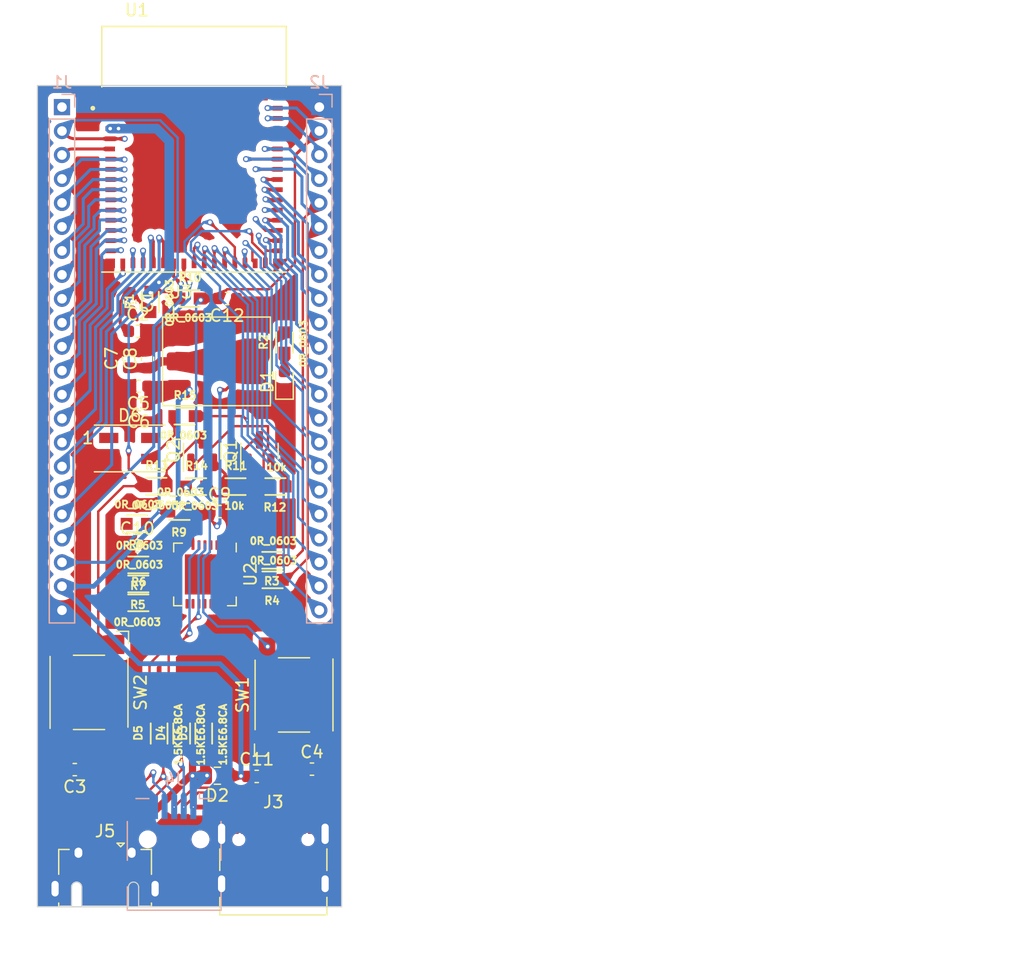
<source format=kicad_pcb>
(kicad_pcb (version 20221018) (generator pcbnew)
  (layers (0 "F.Cu" signal) (31 "B.Cu" signal) (34 "B.Paste" user) (35 "F.Paste" user) (36 "B.SilkS" user "B.Silkscreen") (37 "F.SilkS" user "F.Silkscreen") (38 "B.Mask" user) (39 "F.Mask" user) (44 "Edge.Cuts" user))
  (net 0 "")
  (net 1 "VCC_3V3")
  (net 2 "GND")
  (net 3 "GPIO0")
  (net 4 "CHIP_PU")
  (net 5 "ESP_3V3")
  (net 6 "GPIO1")
  (net 7 "GPIO2")
  (net 8 "GPIO3")
  (net 9 "GPIO4")
  (net 10 "GPIO5")
  (net 11 "GPIO6")
  (net 12 "GPIO7")
  (net 13 "GPIO8")
  (net 14 "GPIO9")
  (net 15 "GPIO10")
  (net 16 "GPIO11")
  (net 17 "GPIO12")
  (net 18 "GPIO13")
  (net 19 "GPIO14")
  (net 20 "GPIO15")
  (net 21 "GPIO16")
  (net 22 "GPIO17")
  (net 23 "GPIO18")
  (net 24 "VCC_5V")
  (net 25 "GPIO46")
  (net 26 "GPIO45")
  (net 27 "U0RXD")
  (net 28 "U0TXD")
  (net 29 "GPIO42")
  (net 30 "GPIO41")
  (net 31 "GPIO40")
  (net 32 "GPIO39")
  (net 33 "GPIO38")
  (net 34 "GPIO37")
  (net 35 "GPIO36")
  (net 36 "GPIO35")
  (net 37 "GPIO34")
  (net 38 "GPIO33")
  (net 39 "GPIO26")
  (net 40 "GPIO21")
  (net 41 "GPIO20")
  (net 42 "GPIO19")
  (net 43 "GPIO48")
  (net 44 "GPIO47")
  (net 45 "Net-(U2-VBUS)")
  (net 46 "Net-(D1-A)")
  (net 47 "Net-(U2-TXD)")
  (net 48 "Net-(U2-RXD)")
  (net 49 "Net-(U2-~{RST})")
  (net 50 "Net-(U2-SUSPEND)")
  (net 51 "VBUS")
  (net 67 "RST")
  (net 69 "DTR")
  (net 74 "Net-(J4-ID)")
  (net 75 "USB_DP")
  (net 76 "USB_DN")
  (net 78 "Net-(D6-DIN)")
  (net 79 "Net-(Q1-B)")
  (net 80 "Net-(Q1-C)")
  (net 81 "Net-(Q2-B)")
  (net 82 "Net-(Q2-C)")
  (footprint "PCM_4ms_Resistor:R_0603" (layer "F.Cu") (at 101.6 109.968664 -90)
    (fp_text reference "D5")
    (fp_text value "1.5KE6.8CA")
  )
  (footprint "LED_SMD:LED_0603_1608Metric" (layer "F.Cu") (at 112.063149 80.577453 90)
    (fp_text reference "D1")
    (fp_text value "LED")
  )
  (footprint "PCM_4ms_Resistor:R_0603" (layer "F.Cu") (at 111.069144 97.14211)
    (fp_text reference "R4")
    (fp_text value "0R_0603")
  )
  (footprint "PCM_4ms_Resistor:R_0603" (layer "F.Cu") (at 99.864562 97.484834)
    (fp_text reference "R5")
    (fp_text value "0R_0603")
  )
  (footprint "PCM_4ms_Resistor:R_0603" (layer "F.Cu") (at 112.063149 77.333294 -90)
    (fp_text reference "R2")
    (fp_text value "0R_0603")
  )
  (footprint "Capacitor_SMD:C_0603_1608Metric" (layer "F.Cu") (at 99.06 78.667265 90)
    (fp_text reference "C7")
    (fp_text value "0.1uF_0603_16V")
  )
  (footprint "Capacitor_SMD:C_0603_1608Metric" (layer "F.Cu") (at 99.777525 94.297119)
    (fp_text reference "C10")
    (fp_text value "10uF_1206_35V")
  )
  (footprint "PCM_4ms_Resistor:R_0603" (layer "F.Cu") (at 104.14 73.66 180)
    (fp_text reference "R10")
    (fp_text value "0R_0603")
  )
  (footprint "Capacitor_SMD:C_0603_1608Metric" (layer "F.Cu") (at 99.887345 82.517345 180)
    (fp_text reference "C6")
    (fp_text value "10uF_1206_35V" hide)
  )
  (footprint "PCM_4ms_Resistor:R_0603" (layer "F.Cu") (at 100.872619 73.941033 -90)
    (fp_text reference "R1")
    (fp_text value "0R_0603")
  )
  (footprint "PCM_4ms_Resistor:R_0603" (layer "F.Cu") (at 103.725342 83.477632 180)
    (fp_text reference "R15")
    (fp_text value "0R_0603")
  )
  (footprint "Button_Switch_SMD:SW_SPST_Omron_B3FS-100xP" (layer "F.Cu") (at 95.749481 106.536742 -90)
    (fp_text reference "SW2")
    (fp_text value "SW_Omron_B3FS")
  )
  (footprint "LED_SMD:LED_SK6812MINI_PLCC4_3.5x3.5mm_P1.75mm" (layer "F.Cu") (at 99.147634 86.17362)
    (fp_text reference "D6")
    (fp_text value "SK6812MINI")
  )
  (footprint "PCM_4ms_Resistor:R_0603" (layer "F.Cu") (at 103.484836 109.968664 -90)
    (fp_text reference "D4")
    (fp_text value "1.5KE6.8CA")
  )
  (footprint "Connector_USB:USB_C_Receptacle_Palconn_UTC16-G" (layer "F.Cu") (at 111.13593 120.26849)
    (fp_text reference "J3")
    (fp_text value "USB_C_Receptacle_USB2.0")
  )
  (footprint "Capacitor_SMD:C_0603_1608Metric" (layer "F.Cu") (at 106.640448 91.44)
    (fp_text reference "C9")
    (fp_text value "10uF_1206_35V")
  )
  (footprint "PCM_4ms_Resistor:R_0603" (layer "F.Cu") (at 111.306616 89.353383)
    (fp_text reference "R12")
    (fp_text value "10k")
  )
  (footprint "Capacitor_SMD:C_0603_1608Metric" (layer "F.Cu") (at 99.835 76.400039)
    (fp_text reference "C2")
    (fp_text value "10uF_1206_35V")
  )
  (footprint "PCM_4ms_Resistor:R_0603" (layer "F.Cu") (at 107.97324 89.358804 180)
    (fp_text reference "R11")
    (fp_text value "10k")
  )
  (footprint "Capacitor_SMD:C_0603_1608Metric" (layer "F.Cu") (at 99.153357 73.924501 -90)
    (fp_text reference "C1")
    (fp_text value "0.1uF_0603_16V")
  )
  (footprint "Capacitor_SMD:C_0603_1608Metric" (layer "F.Cu") (at 99.869981 80.982654 180)
    (fp_text reference "C5")
    (fp_text value "0.1uF_0603_16V" hide)
  )
  (footprint "Capacitor_SMD:C_0603_1608Metric" (layer "F.Cu") (at 109.745463 113.550487)
    (fp_text reference "C11")
    (fp_text value "10uF_1206_35V")
  )
  (footprint "Connector_USB:USB_Micro-AB_Molex_47590-0001" (layer "F.Cu") (at 97.090765 122.917744)
    (fp_text reference "J5")
    (fp_text value "USB_B_Micro")
    (fp_line (start -3.75 1.45) (end -2.8 1.45) (stroke (width 0.1)) (layer "Edge.Cuts"))
    (fp_line (start -2.8 -0.125) (end -2.8 1.45) (stroke (width 0.1)) (layer "Edge.Cuts"))
    (fp_line (start -1.95 -0.125) (end -1.95 1.45) (stroke (width 0.1)) (layer "Edge.Cuts"))
    (fp_line (start -1.95 1.45) (end 1.95 1.45) (stroke (width 0.1)) (layer "Edge.Cuts"))
    (fp_line (start 1.95 -0.125) (end 1.95 1.45) (stroke (width 0.1)) (layer "Edge.Cuts"))
    (fp_line (start 2.8 -0.125) (end 2.8 1.45) (stroke (width 0.1)) (layer "Edge.Cuts"))
    (fp_line (start 2.8 1.45) (end 3.75 1.45) (stroke (width 0.1)) (layer "Edge.Cuts"))
    (fp_arc (start -2.8 -0.125) (mid -2.375 -0.55) (end -1.95 -0.125) (stroke (width 0.1)) (layer "Edge.Cuts"))
    (fp_arc (start 1.95 -0.125) (mid 2.375 -0.55) (end 2.8 -0.125) (stroke (width 0.1)) (layer "Edge.Cuts"))
  )
  (footprint "PCM_4ms_Resistor:R_0603" (layer "F.Cu") (at 99.864562 99.06 180)
    (fp_text reference "R6")
    (fp_text value "0R_0603")
  )
  (footprint "PCM_4ms_Resistor:R_0603" (layer "F.Cu") (at 104.684931 89.358357 180)
    (fp_text reference "R14")
    (fp_text value "0R_0603")
  )
  (footprint "PCM_4ms_Resistor:R_0603" (layer "F.Cu") (at 99.74145 92.466243)
    (fp_text reference "R8")
    (fp_text value "0R_0603")
  )
  (footprint "digikey-footprints:XCVR_ESP32-S3-MINI-1-N8" (layer "F.Cu") (at 104.517411 63.726153)
    (fp_text reference "U1")
    (fp_text value "ESP32-S3-MINI-1-N8")
  )
  (footprint "PCM_4ms_Resistor:R_0603" (layer "F.Cu") (at 105.325664 109.968664 -90)
    (fp_text reference "D3")
    (fp_text value "1.5KE6.8CA")
  )
  (footprint "Capacitor_SMD:C_0603_1608Metric" (layer "F.Cu") (at 114.359213 112.941091)
    (fp_text reference "C4")
    (fp_text value "0.1uF_0603_16V")
  )
  (footprint "PCM_Package_TO_SOT_SMD_AKL:SOT-223-3_TabPin2" (layer "F.Cu") (at 106.389171 78.905434)
    (fp_text reference "U3")
    (fp_text value "SGM2212-3.3XKC3G/TR" hide)
  )
  (footprint "PCM_4ms_Resistor:R_0603" (layer "F.Cu") (at 111.049592 95.509541)
    (fp_text reference "R3")
    (fp_text value "0R_0603")
  )
  (footprint "Capacitor_SMD:C_0603_1608Metric" (layer "F.Cu") (at 94.563804 112.98041 180)
    (fp_text reference "C3")
    (fp_text value "0.1uF_0603_16V")
  )
  (footprint "Capacitor_SMD:C_0603_1608Metric" (layer "F.Cu") (at 100.637796 78.691171 90)
    (fp_text reference "C8")
    (fp_text value "10uF_1206_35V")
  )
  (footprint "Button_Switch_SMD:SW_SPST_Omron_B3FS-100xP" (layer "F.Cu") (at 112.862432 106.746915 90)
    (fp_text reference "SW1")
    (fp_text value "SW_Omron_B3FS")
  )
  (footprint "PCM_4ms_Resistor:R_0603" (layer "F.Cu") (at 101.369864 89.322467 180)
    (fp_text reference "R13")
    (fp_text value "0R_0603")
  )
  (footprint "Package_DFN_QFN:QFN-28-1EP_5x5mm_P0.5mm_EP3.35x3.35mm" (layer "F.Cu") (at 105.426796 96.689584 -90)
    (fp_text reference "U2")
    (fp_text value "CP2102N-Axx-xQFN28")
  )
  (footprint "Capacitor_SMD:C_0603_1608Metric" (layer "F.Cu") (at 107.277432 73.66 180)
    (fp_text reference "C12")
    (fp_text value "10uF_1206_35V")
  )
  (footprint "Package_TO_SOT_SMD:SOT-23" (layer "F.Cu") (at 105.198282 86.395495 90)
    (fp_text reference "Q2")
    (fp_text value "L8050QLT1G")
  )
  (footprint "PCM_4ms_Resistor:R_0805_2012Metric" (layer "F.Cu") (at 106.465409 113.492832 180)
    (fp_text reference "D2")
    (fp_text value "1N5819HW-7-F")
  )
  (footprint "Package_TO_SOT_SMD:SOT-23" (layer "F.Cu") (at 109.976962 86.395495 90)
    (fp_text reference "Q1")
    (fp_text value "L8050QLT1G")
  )
  (footprint "PCM_4ms_Resistor:R_0603" (layer "F.Cu") (at 99.864562 95.894523)
    (fp_text reference "R7")
    (fp_text value "0R_0603")
  )
  (footprint "PCM_4ms_Resistor:R_0603" (layer "F.Cu") (at 103.3 91.44)
    (fp_text reference "R9")
    (fp_text value "0R_0603")
  )
  (footprint "Connector_PinHeader_2.00mm:PinHeader_1x22_P2.00mm_Vertical" (layer "B.Cu") (at 114.973111 57.679796 180)
    (fp_text reference "J2")
    (fp_text value "Conn_01x22_Pin")
  )
  (footprint "Connector_USB:USB_Mini-B_Lumberg_2486_01_Horizontal" (layer "B.Cu") (at 102.857292 118.806543 180)
    (fp_text reference "J4")
    (fp_text value "USB_B_Mini")
  )
  (footprint "Connector_PinHeader_2.00mm:PinHeader_1x22_P2.00mm_Vertical" (layer "B.Cu") (at 93.493109 57.679796 180)
    (fp_text reference "J1")
    (fp_text value "Conn_01x22_Pin")
  )
  (gr_rect (start 91.44 55.88) (end 116.84 124.431272) (stroke (width 0.1)) (fill none) (layer "Edge.Cuts"))
  (segment (start 98.353357 75.693396) (end 98.353357 73.949501) (width 0.25) (layer "F.Cu") (net 1))
  (segment (start 104.15 91.44) (end 105.865448 91.44) (width 0.2) (layer "F.Cu") (net 1))
  (segment (start 101.712445 78.905434) (end 103.239171 78.905434) (width 0.7) (layer "F.Cu") (net 1))
  (segment (start 99.231087 73.149501) (end 100.872619 74.791033) (width 0.25) (layer "F.Cu") (net 1))
  (segment (start 99.06 79.442265) (end 100.61389 79.442265) (width 0.7) (layer "F.Cu") (net 1))
  (segment (start 105.865448 91.44) (end 105.865448 92.094786) (width 0.2) (layer "F.Cu") (net 1))
  (segment (start 103.926796 91.653204) (end 104.14 91.44) (width 0.2) (layer "F.Cu") (net 1))
  (segment (start 109.539171 78.905434) (end 109.641009 78.905434) (width 0.25) (layer "F.Cu") (net 1))
  (segment (start 104.399584 94.239584) (end 104.426796 94.239584) (width 0.2) (layer "F.Cu") (net 1))
  (segment (start 100.637796 79.466171) (end 101.151708 79.466171) (width 0.7) (layer "F.Cu") (net 1))
  (segment (start 104.14 93.98) (end 104.399584 94.239584) (width 0.2) (layer "F.Cu") (net 1))
  (segment (start 104.15 93.97) (end 104.14 93.98) (width 0.2) (layer "F.Cu") (net 1))
  (segment (start 109.641009 78.905434) (end 112.063149 76.483294) (width 0.25) (layer "F.Cu") (net 1))
  (segment (start 105.865448 92.094786) (end 106.437499 92.666837) (width 0.2) (layer "F.Cu") (net 1))
  (segment (start 99.06 76.400039) (end 98.353357 75.693396) (width 0.25) (layer "F.Cu") (net 1))
  (segment (start 98.353357 73.949501) (end 99.153357 73.149501) (width 0.25) (layer "F.Cu") (net 1))
  (segment (start 104.426796 92.878652) (end 104.426796 94.239584) (width 0.2) (layer "F.Cu") (net 1))
  (segment (start 107.164605 81.28) (end 106.68 81.28) (width 0.25) (layer "F.Cu") (net 1))
  (segment (start 100.61389 79.442265) (end 100.637796 79.466171) (width 0.7) (layer "F.Cu") (net 1))
  (segment (start 104.15 91.44) (end 104.15 93.97) (width 0.2) (layer "F.Cu") (net 1))
  (segment (start 104.399584 94.239584) (end 103.926796 94.239584) (width 0.2) (layer "F.Cu") (net 1))
  (segment (start 103.926796 94.239584) (end 103.926796 91.653204) (width 0.2) (layer "F.Cu") (net 1))
  (segment (start 109.539171 78.905434) (end 107.164605 81.28) (width 0.25) (layer "F.Cu") (net 1))
  (segment (start 105.865448 91.44) (end 104.426796 92.878652) (width 0.2) (layer "F.Cu") (net 1))
  (segment (start 101.151708 79.466171) (end 101.712445 78.905434) (width 0.7) (layer "F.Cu") (net 1))
  (segment (start 99.153357 73.149501) (end 99.231087 73.149501) (width 0.25) (layer "F.Cu") (net 1))
  (segment (start 104.14 91.44) (end 105.865448 91.44) (width 0.2) (layer "F.Cu") (net 1))
  (via (at 106.437499 92.666837) (size 0.5) (drill 0.3) (layers "F.Cu" "B.Cu") (net 1))
  (via blind (at 106.68 81.28) (size 0.5) (drill 0.3) (layers "F.Cu" "B.Cu") (net 1))
  (segment (start 106.68 81.28) (end 106.68 92.424336) (width 0.25) (layer "B.Cu") (net 1))
  (segment (start 106.68 92.424336) (end 106.437499 92.666837) (width 0.25) (layer "B.Cu") (net 1))
  (segment (start 98.637533 89.322467) (end 96.52 91.44) (width 0.2) (layer "F.Cu") (net 3))
  (segment (start 99.06 87.862603) (end 100.519864 89.322467) (width 0.2) (layer "F.Cu") (net 3))
  (segment (start 95.338804 112.98041) (end 96.732368 112.98041) (width 0.2) (layer "F.Cu") (net 3))
  (segment (start 96.732368 112.98041) (end 97.999481 111.713297) (width 0.2) (layer "F.Cu") (net 3))
  (segment (start 97.517411 60.326153) (end 98.720444 60.326153) (width 0.25) (layer "F.Cu") (net 3))
  (segment (start 97.456742 102.536742) (end 97.999481 102.536742) (width 0.2) (layer "F.Cu") (net 3))
  (segment (start 96.52 101.6) (end 97.456742 102.536742) (width 0.2) (layer "F.Cu") (net 3))
  (segment (start 99.06 86.36) (end 99.06 87.862603) (width 0.2) (layer "F.Cu") (net 3))
  (segment (start 97.517411 60.326153) (end 94.596509 60.326153) (width 0.25) (layer "F.Cu") (net 3))
  (segment (start 93.816287 60.002974) (end 93.493109 59.679796) (width 0.25) (layer "F.Cu") (net 3))
  (segment (start 98.728307 60.330759) (end 98.726004 60.328456) (width 0.25) (layer "F.Cu") (net 3))
  (segment (start 100.519864 89.322467) (end 98.637533 89.322467) (width 0.2) (layer "F.Cu") (net 3))
  (segment (start 96.52 91.44) (end 96.52 101.6) (width 0.2) (layer "F.Cu") (net 3))
  (segment (start 97.999481 111.713297) (end 97.999481 110.536742) (width 0.2) (layer "F.Cu") (net 3))
  (via (at 99.06 86.36) (size 0.5) (drill 0.3) (layers "F.Cu" "B.Cu") (net 3))
  (via blind (at 98.728307 60.330759) (size 0.5) (drill 0.3) (layers "F.Cu" "B.Cu") (net 3))
  (arc (start 93.816287 60.002974) (mid 94.174256 60.242161) (end 94.596509 60.326153) (width 0.25) (layer "F.Cu") (net 3))
  (arc (start 98.726004 60.328456) (mid 98.723453 60.326751) (end 98.720444 60.326153) (width 0.25) (layer "F.Cu") (net 3))
  (segment (start 103.15 60.240973) (end 103.15 71.768396) (width 0.2) (layer "B.Cu") (net 3))
  (segment (start 101.684316 58.775289) (end 103.15 60.240973) (width 0.2) (layer "B.Cu") (net 3))
  (segment (start 103.15 71.768396) (end 99.06 75.858396) (width 0.2) (layer "B.Cu") (net 3))
  (segment (start 94.397616 58.775289) (end 101.684316 58.775289) (width 0.2) (layer "B.Cu") (net 3))
  (segment (start 99.06 75.858396) (end 99.06 86.36) (width 0.2) (layer "B.Cu") (net 3))
  (segment (start 93.493109 59.679796) (end 94.397616 58.775289) (width 0.2) (layer "B.Cu") (net 3))
  (segment (start 110.666108 57.776153) (end 110.651837 57.761882) (width 0.25) (layer "F.Cu") (net 4))
  (segment (start 112.806608 112.941091) (end 113.584213 112.941091) (width 0.2) (layer "F.Cu") (net 4))
  (segment (start 112.936999 61.715908) (end 112.936999 70.706565) (width 0.2) (layer "F.Cu") (net 4))
  (segment (start 110.612432 110.746915) (end 112.806608 112.941091) (width 0.2) (layer "F.Cu") (net 4))
  (segment (start 105.071436 73.78814) (end 106.502432 73.66) (width 0.25) (layer "F.Cu") (net 4))
  (segment (start 104.99 73.66) (end 105.071436 73.78814) (width 0.25) (layer "F.Cu") (net 4))
  (segment (start 111.517411 57.776153) (end 110.666108 57.776153) (width 0.25) (layer "F.Cu") (net 4))
  (segment (start 112.936999 61.715908) (end 114.973111 59.679796) (width 0.25) (layer "F.Cu") (net 4))
  (segment (start 107.277432 72.885) (end 106.502432 73.66) (width 0.2) (layer "F.Cu") (net 4))
  (segment (start 112.936999 70.706565) (end 110.758564 72.885) (width 0.2) (layer "F.Cu") (net 4))
  (segment (start 110.758564 72.885) (end 107.277432 72.885) (width 0.2) (layer "F.Cu") (net 4))
  (via blind (at 110.651837 57.761882) (size 0.5) (drill 0.3) (layers "F.Cu" "B.Cu") (net 4))
  (via (at 105.071436 73.78814) (size 0.5) (drill 0.3) (layers "F.Cu" "B.Cu") (net 4))
  (via (at 103.840918 89.441205) (size 0.5) (drill 0.3) (layers "F.Cu" "B.Cu") (net 4))
  (via (at 110.659706 102.710972) (size 0.5) (drill 0.3) (layers "F.Cu" "B.Cu") (net 4))
  (segment (start 103.840918 89.441205) (end 104.69 88.592123) (width 0.2) (layer "B.Cu") (net 4))
  (segment (start 105.831455 91.431742) (end 103.840918 89.441205) (width 0.2) (layer "B.Cu") (net 4))
  (segment (start 110.659706 102.710972) (end 108.977414 101.02868) (width 0.2) (layer "B.Cu") (net 4))
  (segment (start 105.290865 99.843057) (end 105.290865 95.367986) (width 0.2) (layer "B.Cu") (net 4))
  (segment (start 105.831455 94.827395) (end 105.831455 91.431742) (width 0.2) (layer "B.Cu") (net 4))
  (segment (start 105.290865 95.367986) (end 105.831455 94.827395) (width 0.2) (layer "B.Cu") (net 4))
  (segment (start 108.977414 101.02868) (end 106.476488 101.02868) (width 0.2) (layer "B.Cu") (net 4))
  (segment (start 106.476488 101.02868) (end 105.290865 99.843057) (width 0.2) (layer "B.Cu") (net 4))
  (segment (start 104.69 74.117811) (end 104.947286 73.860525) (width 0.2) (layer "B.Cu") (net 4))
  (segment (start 104.69 88.592123) (end 104.69 74.117811) (width 0.2) (layer "B.Cu") (net 4))
  (segment (start 103.840918 89.441205) (end 103.803562 89.478561) (width 0.2) (layer "B.Cu") (net 4))
  (segment (start 113.055197 57.761882) (end 114.973111 59.679796) (width 0.25) (layer "B.Cu") (net 4))
  (segment (start 110.651837 57.761882) (end 113.055197 57.761882) (width 0.25) (layer "B.Cu") (net 4))
  (segment (start 102.721033 73.091033) (end 103.29 73.66) (width 0.25) (layer "F.Cu") (net 5))
  (segment (start 100.872619 73.091033) (end 102.721033 73.091033) (width 0.25) (layer "F.Cu") (net 5))
  (via (at 100.872619 73.183031) (size 0.5) (drill 0.3) (layers "F.Cu" "B.Cu") (net 5))
  (via (at 98.21257 59.475289) (size 0.5) (drill 0.3) (layers "F.Cu" "B.Cu") (net 5))
  (via blind (at 101.586032 72.313559) (size 0.5) (drill 0.3) (layers "F.Cu" "B.Cu") (net 5))
  (via (at 97.517411 59.476153) (size 0.5) (drill 0.3) (layers "F.Cu" "B.Cu") (net 5))
  (segment (start 98.2071 59.480759) (end 101.399837 59.480759) (width 0.8) (layer "B.Cu") (net 5))
  (segment (start 98.21257 59.475289) (end 98.2071 59.480759) (width 0.8) (layer "B.Cu") (net 5))
  (segment (start 102.45 60.530922) (end 102.45 71.478446) (width 0.8) (layer "B.Cu") (net 5))
  (segment (start 101.399837 59.480759) (end 102.45 60.530922) (width 0.8) (layer "B.Cu") (net 5))
  (segment (start 97.517411 59.476153) (end 98.211706 59.476153) (width 0.8) (layer "B.Cu") (net 5))
  (segment (start 102.45 71.478446) (end 100.645301 73.283145) (width 0.8) (layer "B.Cu") (net 5))
  (segment (start 98.211706 59.476153) (end 98.21257 59.475289) (width 0.8) (layer "B.Cu") (net 5))
  (segment (start 94.352881 61.176153) (end 97.517411 61.176153) (width 0.25) (layer "F.Cu") (net 6))
  (segment (start 93.74493 61.427974) (end 93.493109 61.679796) (width 0.25) (layer "F.Cu") (net 6))
  (arc (start 94.352881 61.176153) (mid 94.02386 61.241599) (end 93.74493 61.427974) (width 0.25) (layer "F.Cu") (net 6))
  (segment (start 98.58526 62.026153) (end 97.517411 62.026153) (width 0.25) (layer "F.Cu") (net 7))
  (segment (start 98.626481 62.043227) (end 98.643555 62.060301) (width 0.25) (layer "F.Cu") (net 7))
  (via blind (at 98.712266 62.060301) (size 0.5) (drill 0.3) (layers "F.Cu" "B.Cu") (net 7))
  (arc (start 98.626481 62.043227) (mid 98.607568 62.03059) (end 98.58526 62.026153) (width 0.25) (layer "F.Cu") (net 7))
  (segment (start 95.112603 62.060301) (end 98.643555 62.060301) (width 0.25) (layer "B.Cu") (net 7))
  (segment (start 93.493109 63.679796) (end 95.112603 62.060301) (width 0.25) (layer "B.Cu") (net 7))
  (segment (start 98.712266 62.889366) (end 98.699053 62.876153) (width 0.25) (layer "F.Cu") (net 8))
  (segment (start 98.699053 62.876153) (end 97.517411 62.876153) (width 0.25) (layer "F.Cu") (net 8))
  (via blind (at 98.712266 62.889366) (size 0.5) (drill 0.3) (layers "F.Cu" "B.Cu") (net 8))
  (segment (start 93.493109 65.271566) (end 93.493109 65.679796) (width 0.25) (layer "B.Cu") (net 8))
  (segment (start 98.712266 62.889366) (end 95.875309 62.889366) (width 0.25) (layer "B.Cu") (net 8))
  (segment (start 95.875309 62.889366) (end 93.493109 65.271566) (width 0.25) (layer "B.Cu") (net 8))
  (segment (start 97.517411 63.726153) (end 98.683489 63.726153) (width 0.25) (layer "F.Cu") (net 9))
  (segment (start 98.683489 63.726153) (end 98.69075 63.733414) (width 0.25) (layer "F.Cu") (net 9))
  (via blind (at 98.69075 63.733414) (size 0.5) (drill 0.3) (layers "F.Cu" "B.Cu") (net 9))
  (segment (start 94.605242 66.567663) (end 93.493109 67.679796) (width 0.25) (layer "B.Cu") (net 9))
  (segment (start 98.69075 63.733414) (end 96.075887 63.733414) (width 0.25) (layer "B.Cu") (net 9))
  (segment (start 94.605242 65.204059) (end 94.605242 66.567663) (width 0.25) (layer "B.Cu") (net 9))
  (segment (start 96.075887 63.733414) (end 94.605242 65.204059) (width 0.25) (layer "B.Cu") (net 9))
  (segment (start 97.526686 64.572311) (end 98.680847 64.572311) (width 0.25) (layer "F.Cu") (net 10))
  (via blind (at 98.680847 64.572311) (size 0.5) (drill 0.3) (layers "F.Cu" "B.Cu") (net 10))
  (arc (start 97.517411 64.576153) (mid 97.521666 64.57331) (end 97.526686 64.572311) (width 0.25) (layer "F.Cu") (net 10))
  (segment (start 98.680847 64.572311) (end 96.026605 64.572311) (width 0.25) (layer "B.Cu") (net 10))
  (segment (start 93.493109 69.220118) (end 93.493109 69.679796) (width 0.25) (layer "B.Cu") (net 10))
  (segment (start 95.26923 67.443997) (end 93.493109 69.220118) (width 0.25) (layer "B.Cu") (net 10))
  (segment (start 96.026605 64.572311) (end 95.26923 65.329686) (width 0.25) (layer "B.Cu") (net 10))
  (segment (start 95.26923 65.329686) (end 95.26923 67.443997) (width 0.25) (layer "B.Cu") (net 10))
  (segment (start 93.493109 69.09401) (end 93.493109 69.679796) (width 0.25) (layer "B.Cu") (net 10))
  (segment (start 98.646377 65.426153) (end 98.657797 65.414733) (width 0.25) (layer "F.Cu") (net 11))
  (segment (start 97.517411 65.426153) (end 98.646377 65.426153) (width 0.25) (layer "F.Cu") (net 11))
  (via blind (at 98.657797 65.414733) (size 0.5) (drill 0.3) (layers "F.Cu" "B.Cu") (net 11))
  (segment (start 94.493109 68.856514) (end 94.493109 70.679796) (width 0.25) (layer "B.Cu") (net 11))
  (segment (start 98.657797 65.414733) (end 96.267289 65.414733) (width 0.25) (layer "B.Cu") (net 11))
  (segment (start 95.71923 67.630393) (end 94.493109 68.856514) (width 0.25) (layer "B.Cu") (net 11))
  (segment (start 94.493109 70.679796) (end 93.493109 71.679796) (width 0.25) (layer "B.Cu") (net 11))
  (segment (start 95.71923 65.962792) (end 95.71923 67.630393) (width 0.25) (layer "B.Cu") (net 11))
  (segment (start 96.267289 65.414733) (end 95.71923 65.962792) (width 0.25) (layer "B.Cu") (net 11))
  (segment (start 97.517411 66.276153) (end 98.586494 66.276153) (width 0.25) (layer "F.Cu") (net 12))
  (segment (start 98.586494 66.276153) (end 98.61592 66.305579) (width 0.25) (layer "F.Cu") (net 12))
  (via blind (at 98.61592 66.305579) (size 0.5) (drill 0.3) (layers "F.Cu" "B.Cu") (net 12))
  (segment (start 98.61592 66.305579) (end 96.71011 66.305579) (width 0.25) (layer "B.Cu") (net 12))
  (segment (start 94.943109 69.04291) (end 94.943109 72.229796) (width 0.25) (layer "B.Cu") (net 12))
  (segment (start 96.16923 67.816789) (end 94.943109 69.04291) (width 0.25) (layer "B.Cu") (net 12))
  (segment (start 96.71011 66.305579) (end 96.16923 66.846459) (width 0.25) (layer "B.Cu") (net 12))
  (segment (start 94.943109 72.229796) (end 93.493109 73.679796) (width 0.25) (layer "B.Cu") (net 12))
  (segment (start 96.16923 66.846459) (end 96.16923 67.816789) (width 0.25) (layer "B.Cu") (net 12))
  (segment (start 97.517411 67.126153) (end 98.627006 67.126153) (width 0.25) (layer "F.Cu") (net 13))
  (segment (start 98.627006 67.126153) (end 98.656044 67.097115) (width 0.25) (layer "F.Cu") (net 13))
  (via blind (at 98.656044 67.097115) (size 0.5) (drill 0.3) (layers "F.Cu" "B.Cu") (net 13))
  (segment (start 96.698003 67.097115) (end 96.61923 67.175888) (width 0.25) (layer "B.Cu") (net 13))
  (segment (start 98.656044 67.097115) (end 96.698003 67.097115) (width 0.25) (layer "B.Cu") (net 13))
  (segment (start 95.393109 69.229306) (end 95.393109 73.779796) (width 0.25) (layer "B.Cu") (net 13))
  (segment (start 95.393109 73.779796) (end 93.493109 75.679796) (width 0.25) (layer "B.Cu") (net 13))
  (segment (start 96.61923 68.003185) (end 95.393109 69.229306) (width 0.25) (layer "B.Cu") (net 13))
  (segment (start 96.61923 67.175888) (end 96.61923 68.003185) (width 0.25) (layer "B.Cu") (net 13))
  (segment (start 98.636674 67.976153) (end 98.661784 67.951043) (width 0.25) (layer "F.Cu") (net 14))
  (segment (start 97.517411 67.976153) (end 98.636674 67.976153) (width 0.25) (layer "F.Cu") (net 14))
  (via blind (at 98.661784 67.951043) (size 0.5) (drill 0.3) (layers "F.Cu" "B.Cu") (net 14))
  (segment (start 95.909196 69.349615) (end 95.909196 73.900105) (width 0.25) (layer "B.Cu") (net 14))
  (segment (start 94.493109 76.679796) (end 93.493109 77.679796) (width 0.25) (layer "B.Cu") (net 14))
  (segment (start 95.909196 73.900105) (end 94.493109 75.316192) (width 0.25) (layer "B.Cu") (net 14))
  (segment (start 97.307768 67.951043) (end 95.909196 69.349615) (width 0.25) (layer "B.Cu") (net 14))
  (segment (start 94.493109 75.316192) (end 94.493109 76.679796) (width 0.25) (layer "B.Cu") (net 14))
  (segment (start 98.661784 67.951043) (end 97.307768 67.951043) (width 0.25) (layer "B.Cu") (net 14))
  (segment (start 98.661784 68.826153) (end 98.684223 68.803714) (width 0.25) (layer "F.Cu") (net 15))
  (segment (start 97.517411 68.826153) (end 98.661784 68.826153) (width 0.25) (layer "F.Cu") (net 15))
  (via blind (at 98.684223 68.803714) (size 0.5) (drill 0.3) (layers "F.Cu" "B.Cu") (net 15))
  (segment (start 96.359196 69.536011) (end 96.359196 74.086501) (width 0.25) (layer "B.Cu") (net 15))
  (segment (start 94.943109 78.229796) (end 93.493109 79.679796) (width 0.25) (layer "B.Cu") (net 15))
  (segment (start 97.091493 68.803714) (end 96.359196 69.536011) (width 0.25) (layer "B.Cu") (net 15))
  (segment (start 94.943109 75.502588) (end 94.943109 78.229796) (width 0.25) (layer "B.Cu") (net 15))
  (segment (start 96.359196 74.086501) (end 94.943109 75.502588) (width 0.25) (layer "B.Cu") (net 15))
  (segment (start 98.684223 68.803714) (end 97.091493 68.803714) (width 0.25) (layer "B.Cu") (net 15))
  (segment (start 97.517411 69.676153) (end 98.366626 69.676153) (width 0.25) (layer "F.Cu") (net 16))
  (segment (start 98.366626 69.676153) (end 98.41457 69.628209) (width 0.25) (layer "F.Cu") (net 16))
  (via blind (at 98.41457 69.628209) (size 0.5) (drill 0.3) (layers "F.Cu" "B.Cu") (net 16))
  (segment (start 97.200861 69.628209) (end 96.809196 70.019874) (width 0.25) (layer "B.Cu") (net 16))
  (segment (start 95.393109 75.688984) (end 95.393109 79.779796) (width 0.25) (layer "B.Cu") (net 16))
  (segment (start 95.393109 79.779796) (end 93.493109 81.679796) (width 0.25) (layer "B.Cu") (net 16))
  (segment (start 96.809196 70.019874) (end 96.809196 74.272897) (width 0.25) (layer "B.Cu") (net 16))
  (segment (start 98.41457 69.628209) (end 97.200861 69.628209) (width 0.25) (layer "B.Cu") (net 16))
  (segment (start 96.809196 74.272897) (end 95.393109 75.688984) (width 0.25) (layer "B.Cu") (net 16))
  (segment (start 98.567411 70.726153) (end 98.567411 71.558094) (width 0.25) (layer "F.Cu") (net 17))
  (segment (start 98.567411 71.558094) (end 98.575497 71.56618) (width 0.25) (layer "F.Cu") (net 17))
  (via blind (at 98.575497 71.56618) (size 0.5) (drill 0.3) (layers "F.Cu" "B.Cu") (net 17))
  (segment (start 97.259196 74.459293) (end 95.843109 75.87538) (width 0.25) (layer "B.Cu") (net 17))
  (segment (start 95.843109 81.329796) (end 93.493109 83.679796) (width 0.25) (layer "B.Cu") (net 17))
  (segment (start 97.259196 72.882481) (end 97.259196 74.459293) (width 0.25) (layer "B.Cu") (net 17))
  (segment (start 98.575497 71.56618) (end 97.259196 72.882481) (width 0.25) (layer "B.Cu") (net 17))
  (segment (start 95.843109 75.87538) (end 95.843109 81.329796) (width 0.25) (layer "B.Cu") (net 17))
  (segment (start 99.417411 70.726153) (end 99.417411 69.642289) (width 0.25) (layer "F.Cu") (net 18))
  (segment (start 99.417411 69.642289) (end 99.411167 69.636045) (width 0.25) (layer "F.Cu") (net 18))
  (via blind (at 99.411167 69.636045) (size 0.5) (drill 0.3) (layers "F.Cu" "B.Cu") (net 18))
  (segment (start 97.709196 73.245654) (end 97.709196 74.645689) (width 0.25) (layer "B.Cu") (net 18))
  (segment (start 96.293109 82.879796) (end 93.493109 85.679796) (width 0.25) (layer "B.Cu") (net 18))
  (segment (start 96.293109 76.061776) (end 96.293109 82.879796) (width 0.25) (layer "B.Cu") (net 18))
  (segment (start 97.709196 74.645689) (end 96.293109 76.061776) (width 0.25) (layer "B.Cu") (net 18))
  (segment (start 99.411167 71.543683) (end 97.709196 73.245654) (width 0.25) (layer "B.Cu") (net 18))
  (segment (start 99.411167 69.636045) (end 99.411167 71.543683) (width 0.25) (layer "B.Cu") (net 18))
  (segment (start 100.267411 70.726153) (end 100.267411 69.672142) (width 0.25) (layer "F.Cu") (net 19))
  (segment (start 100.267411 69.672142) (end 100.261193 69.665924) (width 0.25) (layer "F.Cu") (net 19))
  (via blind (at 100.261193 69.665924) (size 0.5) (drill 0.3) (layers "F.Cu" "B.Cu") (net 19))
  (segment (start 100.261193 71.334968) (end 98.159196 73.436965) (width 0.25) (layer "B.Cu") (net 19))
  (segment (start 98.159196 74.832085) (end 96.743109 76.248172) (width 0.25) (layer "B.Cu") (net 19))
  (segment (start 93.493109 87.09401) (end 93.493109 87.679796) (width 0.25) (layer "B.Cu") (net 19))
  (segment (start 96.743109 83.84401) (end 93.493109 87.09401) (width 0.25) (layer "B.Cu") (net 19))
  (segment (start 96.743109 76.248172) (end 96.743109 83.84401) (width 0.25) (layer "B.Cu") (net 19))
  (segment (start 100.261193 69.665924) (end 100.261193 71.334968) (width 0.25) (layer "B.Cu") (net 19))
  (segment (start 98.159196 73.436965) (end 98.159196 74.832085) (width 0.25) (layer "B.Cu") (net 19))
  (segment (start 101.117411 68.910584) (end 101.117411 70.726153) (width 0.25) (layer "F.Cu") (net 20))
  (segment (start 100.900497 68.58) (end 101.025 68.704503) (width 0.25) (layer "F.Cu") (net 20))
  (segment (start 101.025 68.704503) (end 101.025 68.818173) (width 0.25) (layer "F.Cu") (net 20))
  (segment (start 101.025 68.818173) (end 101.117411 68.910584) (width 0.25) (layer "F.Cu") (net 20))
  (via blind (at 100.900497 68.58) (size 0.5) (drill 0.3) (layers "F.Cu" "B.Cu") (net 20))
  (segment (start 97.193109 76.434568) (end 97.193109 84.030406) (width 0.25) (layer "B.Cu") (net 20))
  (segment (start 100.900497 71.33206) (end 98.609196 73.623361) (width 0.25) (layer "B.Cu") (net 20))
  (segment (start 94.493109 86.730406) (end 94.493109 88.679796) (width 0.25) (layer "B.Cu") (net 20))
  (segment (start 100.900497 68.58) (end 100.900497 71.33206) (width 0.25) (layer "B.Cu") (net 20))
  (segment (start 98.609196 75.018481) (end 97.193109 76.434568) (width 0.25) (layer "B.Cu") (net 20))
  (segment (start 98.609196 73.623361) (end 98.609196 75.018481) (width 0.25) (layer "B.Cu") (net 20))
  (segment (start 94.493109 88.679796) (end 93.493109 89.679796) (width 0.25) (layer "B.Cu") (net 20))
  (segment (start 97.193109 84.030406) (end 94.493109 86.730406) (width 0.25) (layer "B.Cu") (net 20))
  (segment (start 101.6 68.58) (end 101.967411 68.947411) (width 0.25) (layer "F.Cu") (net 21))
  (segment (start 101.967411 68.947411) (end 101.967411 70.726153) (width 0.25) (layer "F.Cu") (net 21))
  (via blind (at 101.6 68.58) (size 0.5) (drill 0.3) (layers "F.Cu" "B.Cu") (net 21))
  (segment (start 101.6 71.268953) (end 99.059196 73.809757) (width 0.25) (layer "B.Cu") (net 21))
  (segment (start 99.059196 75.204877) (end 97.643109 76.620964) (width 0.25) (layer "B.Cu") (net 21))
  (segment (start 99.059196 73.809757) (end 99.059196 75.204877) (width 0.25) (layer "B.Cu") (net 21))
  (segment (start 97.643109 87.529796) (end 93.493109 91.679796) (width 0.25) (layer "B.Cu") (net 21))
  (segment (start 97.643109 76.620964) (end 97.643109 87.529796) (width 0.25) (layer "B.Cu") (net 21))
  (segment (start 101.6 68.58) (end 101.6 71.268953) (width 0.25) (layer "B.Cu") (net 21))
  (segment (start 102.817411 71.834303) (end 102.817411 70.726153) (width 0.25) (layer "F.Cu") (net 22))
  (segment (start 103.411291 72.428183) (end 102.817411 71.834303) (width 0.25) (layer "F.Cu") (net 22))
  (via blind (at 103.411291 72.428183) (size 0.5) (drill 0.3) (layers "F.Cu" "B.Cu") (net 22))
  (segment (start 101.15 86.022905) (end 93.493109 93.679796) (width 0.25) (layer "B.Cu") (net 22))
  (segment (start 101.15 76.013604) (end 101.15 86.022905) (width 0.25) (layer "B.Cu") (net 22))
  (segment (start 103.411291 72.428183) (end 103.411291 73.752313) (width 0.25) (layer "B.Cu") (net 22))
  (segment (start 103.411291 73.752313) (end 101.15 76.013604) (width 0.25) (layer "B.Cu") (net 22))
  (segment (start 104.14 72.344425) (end 103.667411 71.871836) (width 0.25) (layer "F.Cu") (net 23))
  (segment (start 102.45 91.44) (end 101.6 91.44) (width 0.25) (layer "F.Cu") (net 23))
  (segment (start 103.667411 71.871836) (end 103.667411 70.726153) (width 0.25) (layer "F.Cu") (net 23))
  (via blind (at 104.14 72.344425) (size 0.5) (drill 0.3) (layers "F.Cu" "B.Cu") (net 23))
  (via micro (at 101.6 91.44) (size 0.3) (drill 0.1) (layers "F.Cu" "B.Cu") (net 23))
  (segment (start 104.14 72.344425) (end 104.14 73.66) (width 0.25) (layer "B.Cu") (net 23))
  (segment (start 101.6 76.2) (end 101.6 91.44) (width 0.25) (layer "B.Cu") (net 23))
  (segment (start 104.14 73.66) (end 101.6 76.2) (width 0.25) (layer "B.Cu") (net 23))
  (segment (start 97.360204 95.679796) (end 93.493109 95.679796) (width 0.25) (layer "B.Cu") (net 23))
  (segment (start 101.6 91.44) (end 97.360204 95.679796) (width 0.25) (layer "B.Cu") (net 23))
  (segment (start 107.402909 113.492832) (end 108.410801 113.492832) (width 0.6) (layer "F.Cu") (net 24))
  (segment (start 108.434228 113.516259) (end 108.457655 113.492832) (width 0.6) (layer "F.Cu") (net 24))
  (segment (start 108.457655 113.492832) (end 108.912808 113.492832) (width 0.6) (layer "F.Cu") (net 24))
  (segment (start 108.410801 113.492832) (end 108.434228 113.516259) (width 0.6) (layer "F.Cu") (net 24))
  (segment (start 108.912808 113.492832) (end 108.970463 113.550487) (width 0.6) (layer "F.Cu") (net 24))
  (via (at 104.14 81.28) (size 0.5) (drill 0.3) (layers "F.Cu" "B.Cu") (net 24))
  (via (at 108.434228 113.516259) (size 0.5) (drill 0.3) (layers "F.Cu" "B.Cu") (net 24))
  (via (at 104.14 81.28) (size 0.5) (drill 0.3) (layers "F.Cu" "B.Cu") (net 24))
  (segment (start 93.493109 97.679796) (end 96.138022 97.679796) (width 0.4) (layer "B.Cu") (net 24))
  (segment (start 108.434228 113.516259) (end 108.434228 105.894228) (width 0.4) (layer "B.Cu") (net 24))
  (segment (start 108.434228 105.894228) (end 106.68 104.14) (width 0.4) (layer "B.Cu") (net 24))
  (segment (start 106.68 104.14) (end 99.953313 104.14) (width 0.4) (layer "B.Cu") (net 24))
  (segment (start 103.190918 90.6269) (end 103.190918 82.229082) (width 0.4) (layer "B.Cu") (net 24))
  (segment (start 96.138022 97.679796) (end 103.190918 90.6269) (width 0.4) (layer "B.Cu") (net 24))
  (segment (start 99.953313 104.14) (end 93.493109 97.679796) (width 0.4) (layer "B.Cu") (net 24))
  (segment (start 103.190918 82.229082) (end 104.14 81.28) (width 0.4) (layer "B.Cu") (net 24))
  (segment (start 111.517411 58.626153) (end 110.672822 58.626153) (width 0.25) (layer "F.Cu") (net 25))
  (segment (start 110.672822 58.626153) (end 110.664261 58.617592) (width 0.25) (layer "F.Cu") (net 25))
  (via blind (at 110.664261 58.617592) (size 0.5) (drill 0.3) (layers "F.Cu" "B.Cu") (net 25))
  (segment (start 114.636491 60.818369) (end 114.636491 61.343176) (width 0.25) (layer "B.Cu") (net 25))
  (segment (start 114.636491 61.343176) (end 114.973111 61.679796) (width 0.25) (layer "B.Cu") (net 25))
  (segment (start 111.867778 58.617592) (end 111.921666 58.67148) (width 0.25) (layer "B.Cu") (net 25))
  (segment (start 114.626007 60.818369) (end 114.636491 60.818369) (width 0.25) (layer "B.Cu") (net 25))
  (segment (start 112.436013 58.628375) (end 114.626007 60.818369) (width 0.25) (layer "B.Cu") (net 25))
  (segment (start 110.664261 58.617592) (end 111.867778 58.617592) (width 0.25) (layer "B.Cu") (net 25))
  (segment (start 111.921666 58.67148) (end 111.964771 58.628375) (width 0.25) (layer "B.Cu") (net 25))
  (segment (start 111.964771 58.628375) (end 112.436013 58.628375) (width 0.25) (layer "B.Cu") (net 25))
  (segment (start 111.517411 61.176153) (end 110.420195 61.176153) (width 0.25) (layer "F.Cu") (net 26))
  (segment (start 110.420195 61.176153) (end 110.417745 61.173703) (width 0.25) (layer "F.Cu") (net 26))
  (via blind (at 110.417745 61.173703) (size 0.5) (drill 0.3) (layers "F.Cu" "B.Cu") (net 26))
  (segment (start 110.417745 61.173703) (end 112.467018 61.173703) (width 0.25) (layer "B.Cu") (net 26))
  (segment (start 112.467018 61.173703) (end 114.973111 63.679796) (width 0.25) (layer "B.Cu") (net 26))
  (segment (start 113.598111 94.681889) (end 113.598111 93.98) (width 0.2) (layer "F.Cu") (net 27))
  (segment (start 111.899592 95.509541) (end 112.770459 95.509541) (width 0.2) (layer "F.Cu") (net 27))
  (segment (start 113.598111 67.054796) (end 114.973111 65.679796) (width 0.2) (layer "F.Cu") (net 27))
  (segment (start 113.598111 93.890043) (end 113.598111 67.054796) (width 0.2) (layer "F.Cu") (net 27))
  (segment (start 112.770459 95.509541) (end 113.598111 94.681889) (width 0.2) (layer "F.Cu") (net 27))
  (segment (start 108.854631 62.02532) (end 108.855464 62.026153) (width 0.25) (layer "F.Cu") (net 27))
  (segment (start 108.855464 62.026153) (end 111.517411 62.026153) (width 0.25) (layer "F.Cu") (net 27))
  (via blind (at 108.854631 62.02532) (size 0.5) (drill 0.3) (layers "F.Cu" "B.Cu") (net 27))
  (segment (start 113.973111 64.679796) (end 114.973111 65.679796) (width 0.25) (layer "B.Cu") (net 27))
  (segment (start 108.854631 62.02532) (end 112.682239 62.02532) (width 0.25) (layer "B.Cu") (net 27))
  (segment (start 113.973111 63.316192) (end 113.973111 64.679796) (width 0.25) (layer "B.Cu") (net 27))
  (segment (start 112.682239 62.02532) (end 113.973111 63.316192) (width 0.25) (layer "B.Cu") (net 27))
  (segment (start 113.998111 95.142164) (end 113.998111 93.98) (width 0.2) (layer "F.Cu") (net 28))
  (segment (start 109.650571 62.864674) (end 109.66205 62.876153) (width 0.25) (layer "F.Cu") (net 28))
  (segment (start 113.998111 93.98) (end 113.998111 68.654796) (width 0.2) (layer "F.Cu") (net 28))
  (segment (start 112.208498 97.14211) (end 113.998111 95.352497) (width 0.2) (layer "F.Cu") (net 28))
  (segment (start 113.998111 68.654796) (end 114.973111 67.679796) (width 0.2) (layer "F.Cu") (net 28))
  (segment (start 109.66205 62.876153) (end 111.517411 62.876153) (width 0.25) (layer "F.Cu") (net 28))
  (segment (start 111.919144 97.14211) (end 112.208498 97.14211) (width 0.2) (layer "F.Cu") (net 28))
  (segment (start 113.998111 95.352497) (end 113.998111 93.98) (width 0.2) (layer "F.Cu") (net 28))
  (via blind (at 109.650571 62.864674) (size 0.5) (drill 0.3) (layers "F.Cu" "B.Cu") (net 28))
  (segment (start 112.885197 62.864674) (end 113.523111 63.502588) (width 0.25) (layer "B.Cu") (net 28))
  (segment (start 114.973111 67.196454) (end 114.973111 67.679796) (width 0.25) (layer "B.Cu") (net 28))
  (segment (start 113.523111 63.502588) (end 113.523111 65.746454) (width 0.25) (layer "B.Cu") (net 28))
  (segment (start 113.523111 65.746454) (end 114.973111 67.196454) (width 0.25) (layer "B.Cu") (net 28))
  (segment (start 109.650571 62.864674) (end 112.885197 62.864674) (width 0.25) (layer "B.Cu") (net 28))
  (segment (start 110.316265 63.732972) (end 110.323084 63.726153) (width 0.25) (layer "F.Cu") (net 29))
  (segment (start 110.323084 63.726153) (end 111.517411 63.726153) (width 0.25) (layer "F.Cu") (net 29))
  (via blind (at 110.316265 63.732972) (size 0.5) (drill 0.3) (layers "F.Cu" "B.Cu") (net 29))
  (segment (start 110.316265 63.732972) (end 110.584446 64.001153) (width 0.25) (layer "B.Cu") (net 29))
  (segment (start 110.641268 64.001153) (end 111.194242 64.554127) (width 0.25) (layer "B.Cu") (net 29))
  (segment (start 111.194242 64.554127) (end 111.194242 64.62185) (width 0.25) (layer "B.Cu") (net 29))
  (segment (start 113.973111 67.400719) (end 113.973111 68.679796) (width 0.25) (layer "B.Cu") (net 29))
  (segment (start 113.973111 68.679796) (end 114.973111 69.679796) (width 0.25) (layer "B.Cu") (net 29))
  (segment (start 110.584446 64.001153) (end 110.641268 64.001153) (width 0.25) (layer "B.Cu") (net 29))
  (segment (start 111.194242 64.62185) (end 113.973111 67.400719) (width 0.25) (layer "B.Cu") (net 29))
  (segment (start 110.403095 64.576153) (end 111.517411 64.576153) (width 0.25) (layer "F.Cu") (net 30))
  (via blind (at 110.403095 64.576153) (size 0.5) (drill 0.3) (layers "F.Cu" "B.Cu") (net 30))
  (segment (start 110.512149 64.576153) (end 113.225181 67.289185) (width 0.25) (layer "B.Cu") (net 30))
  (segment (start 110.403095 64.576153) (end 110.512149 64.576153) (width 0.25) (layer "B.Cu") (net 30))
  (segment (start 113.225181 69.931866) (end 114.973111 71.679796) (width 0.25) (layer "B.Cu") (net 30))
  (segment (start 113.225181 67.289185) (end 113.225181 69.931866) (width 0.25) (layer "B.Cu") (net 30))
  (segment (start 110.532425 65.426153) (end 110.480505 65.374233) (width 0.25) (layer "F.Cu") (net 31))
  (segment (start 111.517411 65.426153) (end 110.532425 65.426153) (width 0.25) (layer "F.Cu") (net 31))
  (via blind (at 110.480505 65.374233) (size 0.5) (drill 0.3) (layers "F.Cu" "B.Cu") (net 31))
  (segment (start 112.775181 70.118262) (end 113.973111 71.316192) (width 0.25) (layer "B.Cu") (net 31))
  (segment (start 113.973111 71.316192) (end 113.973111 72.679796) (width 0.25) (layer "B.Cu") (net 31))
  (segment (start 112.775181 67.475581) (end 112.775181 70.118262) (width 0.25) (layer "B.Cu") (net 31))
  (segment (start 113.973111 72.679796) (end 114.973111 73.679796) (width 0.25) (layer "B.Cu") (net 31))
  (segment (start 110.480505 65.374233) (end 110.673833 65.374233) (width 0.25) (layer "B.Cu") (net 31))
  (segment (start 110.673833 65.374233) (end 112.775181 67.475581) (width 0.25) (layer "B.Cu") (net 31))
  (segment (start 111.517411 66.276153) (end 110.423504 66.276153) (width 0.25) (layer "F.Cu") (net 32))
  (segment (start 110.423504 66.276153) (end 110.42016 66.272809) (width 0.25) (layer "F.Cu") (net 32))
  (via blind (at 110.42016 66.272809) (size 0.5) (drill 0.3) (layers "F.Cu" "B.Cu") (net 32))
  (segment (start 113.523111 71.502588) (end 113.523111 72.866192) (width 0.25) (layer "B.Cu") (net 32))
  (segment (start 112.325181 67.661977) (end 112.325181 70.304658) (width 0.25) (layer "B.Cu") (net 32))
  (segment (start 112.325181 70.304658) (end 113.523111 71.502588) (width 0.25) (layer "B.Cu") (net 32))
  (segment (start 110.936013 66.272809) (end 112.325181 67.661977) (width 0.25) (layer "B.Cu") (net 32))
  (segment (start 113.523111 72.866192) (end 113.973111 73.316192) (width 0.25) (layer "B.Cu") (net 32))
  (segment (start 110.42016 66.272809) (end 110.936013 66.272809) (width 0.25) (layer "B.Cu") (net 32))
  (segment (start 113.973111 73.316192) (end 113.973111 74.679796) (width 0.25) (layer "B.Cu") (net 32))
  (segment (start 113.973111 74.679796) (end 114.973111 75.679796) (width 0.25) (layer "B.Cu") (net 32))
  (segment (start 110.454951 67.126153) (end 110.454758 67.12596) (width 0.25) (layer "F.Cu") (net 33))
  (segment (start 111.517411 67.126153) (end 110.454951 67.126153) (width 0.25) (layer "F.Cu") (net 33))
  (via blind (at 110.454758 67.12596) (size 0.5) (drill 0.3) (layers "F.Cu" "B.Cu") (net 33))
  (segment (start 113.073111 75.779796) (end 114.973111 77.679796) (width 0.25) (layer "B.Cu") (net 33))
  (segment (start 111.76 70.375873) (end 113.073111 71.688984) (width 0.25) (layer "B.Cu") (net 33))
  (segment (start 111.76 68.431202) (end 111.76 70.375873) (width 0.25) (layer "B.Cu") (net 33))
  (segment (start 110.454758 67.12596) (end 111.76 68.431202) (width 0.25) (layer "B.Cu") (net 33))
  (segment (start 113.073111 71.688984) (end 113.073111 75.779796) (width 0.25) (layer "B.Cu") (net 33))
  (segment (start 109.659971 67.024381) (end 109.659971 67.144346) (width 0.25) (layer "F.Cu") (net 34))
  (segment (start 110.491778 67.976153) (end 111.517411 67.976153) (width 0.25) (layer "F.Cu") (net 34))
  (segment (start 109.659971 67.144346) (end 110.491778 67.976153) (width 0.25) (layer "F.Cu") (net 34))
  (via blind (at 109.659971 67.024381) (size 0.5) (drill 0.3) (layers "F.Cu" "B.Cu") (net 34))
  (segment (start 111.31 70.562269) (end 112.623111 71.87538) (width 0.25) (layer "B.Cu") (net 34))
  (segment (start 110.216585 67.70096) (end 110.393362 67.70096) (width 0.25) (layer "B.Cu") (net 34))
  (segment (start 112.623111 71.87538) (end 112.623111 77.329796) (width 0.25) (layer "B.Cu") (net 34))
  (segment (start 109.659971 67.144346) (end 110.216585 67.70096) (width 0.25) (layer "B.Cu") (net 34))
  (segment (start 110.393362 67.70096) (end 111.31 68.617598) (width 0.25) (layer "B.Cu") (net 34))
  (segment (start 111.31 68.617598) (end 111.31 70.562269) (width 0.25) (layer "B.Cu") (net 34))
  (segment (start 109.659971 67.024381) (end 109.659971 67.144346) (width 0.25) (layer "B.Cu") (net 34))
  (segment (start 112.623111 77.329796) (end 114.973111 79.679796) (width 0.25) (layer "B.Cu") (net 34))
  (segment (start 111.517411 68.826153) (end 110.563416 68.826153) (width 0.2) (layer "F.Cu") (net 35))
  (segment (start 110.563416 68.826153) (end 110.515521 68.778258) (width 0.2) (layer "F.Cu") (net 35))
  (via blind (at 110.515521 68.778258) (size 0.5) (drill 0.3) (layers "F.Cu" "B.Cu") (net 35))
  (segment (start 110.885 70.738309) (end 112.198111 72.05142) (width 0.2) (layer "B.Cu") (net 35))
  (segment (start 110.515521 68.778258) (end 110.885 69.147737) (width 0.2) (layer "B.Cu") (net 35))
  (segment (start 112.198111 78.904796) (end 114.973111 81.679796) (width 0.2) (layer "B.Cu") (net 35))
  (segment (start 110.885 69.147737) (end 110.885 70.738309) (width 0.2) (layer "B.Cu") (net 35))
  (segment (start 112.198111 72.05142) (end 112.198111 78.904796) (width 0.2) (layer "B.Cu") (net 35))
  (segment (start 109.965521 68.55044) (end 109.965521 69.006076) (width 0.2) (layer "F.Cu") (net 36))
  (segment (start 110.011181 68.50478) (end 109.965521 68.55044) (width 0.2) (layer "F.Cu") (net 36))
  (segment (start 109.965521 69.006076) (end 110.635598 69.676153) (width 0.2) (layer "F.Cu") (net 36))
  (segment (start 109.919125 68.412724) (end 110.011181 68.50478) (width 0.2) (layer "F.Cu") (net 36))
  (segment (start 110.635598 69.676153) (end 111.517411 69.676153) (width 0.2) (layer "F.Cu") (net 36))
  (via blind (at 109.919125 68.412724) (size 0.5) (drill 0.3) (layers "F.Cu" "B.Cu") (net 36))
  (segment (start 110.287703 69.328258) (end 110.485 69.328258) (width 0.2) (layer "B.Cu") (net 36))
  (segment (start 113.998111 81.270482) (end 113.998111 82.704796) (width 0.2) (layer "B.Cu") (net 36))
  (segment (start 109.919125 68.412724) (end 110.011181 68.50478) (width 0.2) (layer "B.Cu") (net 36))
  (segment (start 111.798111 72.217106) (end 111.798111 79.070482) (width 0.2) (layer "B.Cu") (net 36))
  (segment (start 111.798111 79.070482) (end 113.998111 81.270482) (width 0.2) (layer "B.Cu") (net 36))
  (segment (start 109.965521 69.006076) (end 110.287703 69.328258) (width 0.2) (layer "B.Cu") (net 36))
  (segment (start 110.485 70.903995) (end 111.798111 72.217106) (width 0.2) (layer "B.Cu") (net 36))
  (segment (start 110.485 69.328258) (end 110.485 70.903995) (width 0.2) (layer "B.Cu") (net 36))
  (segment (start 113.998111 82.704796) (end 114.973111 83.679796) (width 0.2) (layer "B.Cu") (net 36))
  (segment (start 110.011181 68.50478) (end 109.965521 68.55044) (width 0.2) (layer "B.Cu") (net 36))
  (segment (start 109.965521 68.55044) (end 109.965521 69.006076) (width 0.2) (layer "B.Cu") (net 36))
  (segment (start 108.952414 69.171107) (end 108.967601 69.171107) (width 0.2) (layer "F.Cu") (net 37))
  (segment (start 109.3855 69.589006) (end 109.3855 70.494242) (width 0.2) (layer "F.Cu") (net 37))
  (segment (start 109.3855 70.494242) (end 109.617411 70.726153) (width 0.2) (layer "F.Cu") (net 37))
  (segment (start 108.806058 69.024751) (end 108.952414 69.171107) (width 0.2) (layer "F.Cu") (net 37))
  (segment (start 108.967601 69.171107) (end 109.3855 69.589006) (width 0.2) (layer "F.Cu") (net 37))
  (via blind (at 108.806058 69.024751) (size 0.5) (drill 0.3) (layers "F.Cu" "B.Cu") (net 37))
  (segment (start 108.967601 69.171107) (end 110.085 70.288506) (width 0.2) (layer "B.Cu") (net 37))
  (segment (start 111.398111 79.236168) (end 113.598111 81.436168) (width 0.2) (layer "B.Cu") (net 37))
  (segment (start 111.398111 72.382792) (end 111.398111 79.236168) (width 0.2) (layer "B.Cu") (net 37))
  (segment (start 108.806058 69.024751) (end 108.952414 69.171107) (width 0.2) (layer "B.Cu") (net 37))
  (segment (start 113.598111 84.304796) (end 114.973111 85.679796) (width 0.2) (layer "B.Cu") (net 37))
  (segment (start 108.952414 69.171107) (end 108.967601 69.171107) (width 0.2) (layer "B.Cu") (net 37))
  (segment (start 110.085 70.288506) (end 110.085 71.069681) (width 0.2) (layer "B.Cu") (net 37))
  (segment (start 110.085 71.069681) (end 111.398111 72.382792) (width 0.2) (layer "B.Cu") (net 37))
  (segment (start 113.598111 81.436168) (end 113.598111 84.304796) (width 0.2) (layer "B.Cu") (net 37))
  (segment (start 108.767411 69.748735) (end 108.739783 69.721107) (width 0.2) (layer "F.Cu") (net 38))
  (segment (start 108.767411 70.726153) (end 108.767411 69.748735) (width 0.2) (layer "F.Cu") (net 38))
  (via blind (at 108.739783 69.721107) (size 0.5) (drill 0.3) (layers "F.Cu" "B.Cu") (net 38))
  (segment (start 110.998111 72.898111) (end 110.998111 82.270482) (width 0.2) (layer "B.Cu") (net 38))
  (segment (start 113.998111 85.270482) (end 113.998111 86.704796) (width 0.2) (layer "B.Cu") (net 38))
  (segment (start 108.739783 70.639783) (end 110.998111 72.898111) (width 0.2) (layer "B.Cu") (net 38))
  (segment (start 113.998111 86.704796) (end 114.973111 87.679796) (width 0.2) (layer "B.Cu") (net 38))
  (segment (start 110.998111 82.270482) (end 113.998111 85.270482) (width 0.2) (layer "B.Cu") (net 38))
  (segment (start 108.739783 69.721107) (end 108.739783 70.639783) (width 0.2) (layer "B.Cu") (net 38))
  (segment (start 107.067411 69.618574) (end 107.116526 69.569459) (width 0.2) (layer "F.Cu") (net 39))
  (segment (start 107.067411 70.726153) (end 107.067411 69.618574) (width 0.2) (layer "F.Cu") (net 39))
  (via blind (at 107.116526 69.569459) (size 0.5) (drill 0.3) (layers "F.Cu" "B.Cu") (net 39))
  (segment (start 110.598111 83.870482) (end 113.998111 87.270482) (width 0.2) (layer "B.Cu") (net 39))
  (segment (start 107.116526 69.569459) (end 107.116526 69.582212) (width 0.2) (layer "B.Cu") (net 39))
  (segment (start 110.598111 73.063797) (end 110.598111 83.870482) (width 0.2) (layer "B.Cu") (net 39))
  (segment (start 113.998111 87.270482) (end 113.998111 88.704796) (width 0.2) (layer "B.Cu") (net 39))
  (segment (start 113.998111 88.704796) (end 114.973111 89.679796) (width 0.2) (layer "B.Cu") (net 39))
  (segment (start 107.116526 69.582212) (end 110.598111 73.063797) (width 0.2) (layer "B.Cu") (net 39))
  (segment (start 106.217411 69.457983) (end 106.222735 69.452659) (width 0.2) (layer "F.Cu") (net 40))
  (segment (start 106.217411 70.726153) (end 106.217411 69.457983) (width 0.2) (layer "F.Cu") (net 40))
  (via blind (at 106.222735 69.452659) (size 0.5) (drill 0.3) (layers "F.Cu" "B.Cu") (net 40))
  (segment (start 106.566526 69.797277) (end 110.198111 73.428862) (width 0.2) (layer "B.Cu") (net 40))
  (segment (start 106.222735 69.452659) (end 106.566526 69.79645) (width 0.2) (layer "B.Cu") (net 40))
  (segment (start 113.598111 87.981453) (end 113.598111 90.304796) (width 0.2) (layer "B.Cu") (net 40))
  (segment (start 110.198111 84.581453) (end 113.598111 87.981453) (width 0.2) (layer "B.Cu") (net 40))
  (segment (start 106.566526 69.79645) (end 106.566526 69.797277) (width 0.2) (layer "B.Cu") (net 40))
  (segment (start 113.598111 90.304796) (end 114.973111 91.679796) (width 0.2) (layer "B.Cu") (net 40))
  (segment (start 110.198111 73.428862) (end 110.198111 84.581453) (width 0.2) (layer "B.Cu") (net 40))
  (segment (start 105.367411 70.726153) (end 105.367411 69.54279) (width 0.2) (layer "F.Cu") (net 41))
  (segment (start 105.367411 69.54279) (end 105.430698 69.479503) (width 0.2) (layer "F.Cu") (net 41))
  (via blind (at 105.430698 69.479503) (size 0.5) (drill 0.3) (layers "F.Cu" "B.Cu") (net 41))
  (segment (start 113.198111 91.904796) (end 114.973111 93.679796) (width 0.2) (layer "B.Cu") (net 41))
  (segment (start 113.198111 88.147139) (end 113.198111 91.904796) (width 0.2) (layer "B.Cu") (net 41))
  (segment (start 109.798111 84.747139) (end 113.198111 88.147139) (width 0.2) (layer "B.Cu") (net 41))
  (segment (start 109.798111 73.846916) (end 109.798111 84.747139) (width 0.2) (layer "B.Cu") (net 41))
  (segment (start 105.430698 69.479503) (end 109.798111 73.846916) (width 0.2) (layer "B.Cu") (net 41))
  (segment (start 104.517411 69.453538) (end 104.805821 69.165128) (width 0.2) (layer "F.Cu") (net 42))
  (segment (start 104.517411 70.726153) (end 104.517411 69.453538) (width 0.2) (layer "F.Cu") (net 42))
  (via blind (at 104.805821 69.165128) (size 0.5) (drill 0.3) (layers "F.Cu" "B.Cu") (net 42))
  (segment (start 105.20288 70.029503) (end 105.415012 70.029503) (width 0.2) (layer "B.Cu") (net 42))
  (segment (start 109.398111 84.912825) (end 112.798111 88.312825) (width 0.2) (layer "B.Cu") (net 42))
  (segment (start 104.805821 69.632444) (end 105.20288 70.029503) (width 0.2) (layer "B.Cu") (net 42))
  (segment (start 104.805821 69.165128) (end 104.805821 69.632444) (width 0.2) (layer "B.Cu") (net 42))
  (segment (start 112.798111 93.504796) (end 114.973111 95.679796) (width 0.2) (layer "B.Cu") (net 42))
  (segment (start 105.415012 70.029503) (end 109.398111 74.012602) (width 0.2) (layer "B.Cu") (net 42))
  (segment (start 112.798111 88.312825) (end 112.798111 93.504796) (width 0.2) (layer "B.Cu") (net 42))
  (segment (start 109.398111 74.012602) (end 109.398111 84.912825) (width 0.2) (layer "B.Cu") (net 42))
  (segment (start 109.369125 68.975366) (end 110.467411 70.073652) (width 0.2) (layer "F.Cu") (net 43))
  (segment (start 109.118123 68.036781) (end 109.369125 68.287783) (width 0.2) (layer "F.Cu") (net 43))
  (segment (start 110.467411 70.073652) (end 110.467411 70.726153) (width 0.2) (layer "F.Cu") (net 43))
  (segment (start 108.948611 83.82) (end 108.606243 83.477632) (width 0.2) (layer "F.Cu") (net 43))
  (segment (start 108.606243 83.477632) (end 104.575342 83.477632) (width 0.2) (layer "F.Cu") (net 43))
  (segment (start 109.369125 68.287783) (end 109.369125 68.975366) (width 0.2) (layer "F.Cu") (net 43))
  (via blind (at 109.118123 68.036781) (size 0.5) (drill 0.3) (layers "F.Cu" "B.Cu") (net 43))
  (via micro (at 108.948611 83.82) (size 0.3) (drill 0.1) (layers "F.Cu" "B.Cu") (net 43))
  (segment (start 108.998111 85.078511) (end 112.398111 88.478511) (width 0.2) (layer "B.Cu") (net 43))
  (segment (start 105.037195 70.429503) (end 105.249326 70.429503) (width 0.2) (layer "B.Cu") (net 43))
  (segment (start 105.15635 68.036781) (end 104.255821 68.93731) (width 0.2) (layer "B.Cu") (net 43))
  (segment (start 108.998111 83.82) (end 108.998111 85.078511) (width 0.2) (layer "B.Cu") (net 43))
  (segment (start 109.118123 68.036781) (end 105.15635 68.036781) (width 0.2) (layer "B.Cu") (net 43))
  (segment (start 108.998111 74.178288) (end 108.998111 83.82) (width 0.2) (layer "B.Cu") (net 43))
  (segment (start 104.255821 69.648129) (end 105.037195 70.429503) (width 0.2) (layer "B.Cu") (net 43))
  (segment (start 105.249326 70.429503) (end 108.998111 74.178288) (width 0.2) (layer "B.Cu") (net 43))
  (segment (start 108.998111 83.82) (end 108.948611 83.82) (width 0.2) (layer "B.Cu") (net 43))
  (segment (start 112.398111 88.478511) (end 112.398111 95.104796) (width 0.2) (layer "B.Cu") (net 43))
  (segment (start 112.398111 95.104796) (end 114.973111 97.679796) (width 0.2) (layer "B.Cu") (net 43))
  (segment (start 104.255821 68.93731) (end 104.255821 69.648129) (width 0.2) (layer "B.Cu") (net 43))
  (segment (start 107.917411 69.370864) (end 105.845954 67.299407) (width 0.2) (layer "F.Cu") (net 44))
  (segment (start 107.917411 70.726153) (end 107.917411 69.370864) (width 0.2) (layer "F.Cu") (net 44))
  (via blind (at 105.845954 67.299407) (size 0.5) (drill 0.3) (layers "F.Cu" "B.Cu") (net 44))
  (segment (start 106.68 73.66) (end 108.598111 75.578111) (width 0.2) (layer "B.Cu") (net 44))
  (segment (start 108.598111 83.534103) (end 108.498611 83.633603) (width 0.2) (layer "B.Cu") (net 44))
  (segment (start 111.998111 96.704796) (end 114.973111 99.679796) (width 0.2) (layer "B.Cu") (net 44))
  (segment (start 105.845954 67.299407) (end 105.328039 67.299407) (width 0.2) (layer "B.Cu") (net 44))
  (segment (start 108.498611 85.144697) (end 111.998111 88.644197) (width 0.2) (layer "B.Cu") (net 44))
  (segment (start 105.328039 67.299407) (end 103.722867 68.904579) (width 0.2) (layer "B.Cu") (net 44))
  (segment (start 111.998111 88.644197) (end 111.998111 96.704796) (width 0.2) (layer "B.Cu") (net 44))
  (segment (start 108.598111 75.578111) (end 108.598111 83.534103) (width 0.2) (layer "B.Cu") (net 44))
  (segment (start 108.498611 83.633603) (end 108.498611 85.144697) (width 0.2) (layer "B.Cu") (net 44))
  (segment (start 106.68 72.637993) (end 106.68 73.66) (width 0.2) (layer "B.Cu") (net 44))
  (segment (start 103.722867 68.904579) (end 103.722867 69.68086) (width 0.2) (layer "B.Cu") (net 44))
  (segment (start 103.722867 69.68086) (end 106.68 72.637993) (width 0.2) (layer "B.Cu") (net 44))
  (segment (start 100.714562 95.894523) (end 101.419501 95.189584) (width 0.2) (layer "F.Cu") (net 45))
  (segment (start 101.419501 95.189584) (end 102.976796 95.189584) (width 0.2) (layer "F.Cu") (net 45))
  (segment (start 112.063149 78.183294) (end 112.063149 79.789953) (width 0.25) (layer "F.Cu") (net 46))
  (segment (start 108.482877 96.206331) (end 109.179667 95.509541) (width 0.2) (layer "F.Cu") (net 47))
  (segment (start 107.876796 96.189584) (end 108.473494 96.189584) (width 0.2) (layer "F.Cu") (net 47))
  (segment (start 109.179667 95.509541) (end 110.199592 95.509541) (width 0.2) (layer "F.Cu") (net 47))
  (segment (start 107.876796 96.689584) (end 108.544146 96.689584) (width 0.2) (layer "F.Cu") (net 48))
  (segment (start 108.553529 96.706331) (end 108.989308 97.14211) (width 0.2) (layer "F.Cu") (net 48))
  (segment (start 108.989308 97.14211) (end 110.219144 97.14211) (width 0.2) (layer "F.Cu") (net 48))
  (segment (start 102.509812 95.689584) (end 102.976796 95.689584) (width 0.2) (layer "F.Cu") (net 49))
  (segment (start 100.714562 97.484834) (end 102.509812 95.689584) (width 0.2) (layer "F.Cu") (net 49))
  (segment (start 102.564144 97.189584) (end 102.976796 97.189584) (width 0.2) (layer "F.Cu") (net 50))
  (segment (start 100.714562 99.06) (end 100.714562 99.039166) (width 0.2) (layer "F.Cu") (net 50))
  (segment (start 100.714562 99.039166) (end 102.564144 97.189584) (width 0.2) (layer "F.Cu") (net 50))
  (segment (start 113.705756 117.588664) (end 113.53593 117.75849) (width 0.2) (layer "F.Cu") (net 51))
  (segment (start 104.389388 113.499333) (end 104.382887 113.492832) (width 0.6) (layer "F.Cu") (net 51))
  (segment (start 105.325664 110.818664) (end 105.325664 113.290587) (width 0.6) (layer "F.Cu") (net 51))
  (segment (start 110.475343 120.128664) (end 111.76 120.128664) (width 0.2) (layer "F.Cu") (net 51))
  (segment (start 98.519243 119.164697) (end 98.42627 119.25767) (width 0.6) (layer "F.Cu") (net 51))
  (segment (start 113.73593 118.152734) (end 113.73593 117.588664) (width 0.2) (layer "F.Cu") (net 51))
  (segment (start 104.191108 113.492832) (end 101.6 116.08394) (width 0.6) (layer "F.Cu") (net 51))
  (segment (start 104.382887 113.492832) (end 104.191108 113.492832) (width 0.6) (layer "F.Cu") (net 51))
  (segment (start 105.521408 113.499333) (end 105.527909 113.492832) (width 0.6) (layer "F.Cu") (net 51))
  (segment (start 111.76 120.128664) (end 113.73593 118.152734) (width 0.2) (layer "F.Cu") (net 51))
  (segment (start 108.73593 117.75849) (end 108.73593 116.734261) (width 0.4) (layer "F.Cu") (net 51))
  (segment (start 108.73593 118.389251) (end 110.475343 120.128664) (width 0.2) (layer "F.Cu") (net 51))
  (segment (start 108.73593 117.75849) (end 108.73593 118.389251) (width 0.2) (layer "F.Cu") (net 51))
  (segment (start 108.73593 116.734261) (end 108.108212 116.106543) (width 0.4) (layer "F.Cu") (net 51))
  (segment (start 105.527909 113.492832) (end 105.508158 113.492832) (width 0.6) (layer "F.Cu") (net 51))
  (segment (start 101.6 116.08394) (end 98.68197 119.00197) (width 0.6) (layer "F.Cu") (net 51))
  (segment (start 105.508158 113.492832) (end 105.596951 113.473081) (width 0.6) (layer "F.Cu") (net 51))
  (segment (start 105.325664 113.290587) (end 105.527909 113.492832) (width 0.6) (layer "F.Cu") (net 51))
  (segment (start 98.68197 119.00197) (end 98.519243 119.164697) (width 0.6) (layer "F.Cu") (net 51))
  (segment (start 104.389388 113.499333) (end 105.521408 113.499333) (width 0.6) (layer "F.Cu") (net 51))
  (segment (start 113.73593 117.588664) (end 113.705756 117.588664) (width 0.2) (layer "F.Cu") (net 51))
  (segment (start 108.108212 116.106543) (end 104.457292 116.106543) (width 0.4) (layer "F.Cu") (net 51))
  (segment (start 104.389388 111.75494) (end 105.325664 110.818664) (width 0.6) (layer "F.Cu") (net 51))
  (segment (start 104.389388 113.499333) (end 104.389388 111.75494) (width 0.6) (layer "F.Cu") (net 51))
  (via (at 105.596951 113.473081) (size 0.5) (drill 0.3) (layers "F.Cu" "B.Cu") (net 51))
  (via micro (at 104.457292 116.106543) (size 0.3) (drill 0.1) (layers "F.Cu" "B.Cu") (net 51))
  (via (at 104.389388 113.499333) (size 0.5) (drill 0.3) (layers "F.Cu" "B.Cu") (net 51))
  (segment (start 104.457292 114.3) (end 104.770032 114.3) (width 0.6) (layer "B.Cu") (net 51))
  (segment (start 104.770032 114.3) (end 105.596951 113.473081) (width 0.6) (layer "B.Cu") (net 51))
  (segment (start 104.389388 113.499333) (end 104.457292 113.567237) (width 0.6) (layer "B.Cu") (net 51))
  (segment (start 104.41564 113.473081) (end 104.389388 113.499333) (width 0.6) (layer "B.Cu") (net 51))
  (segment (start 104.457292 113.567237) (end 104.457292 114.3) (width 0.6) (layer "B.Cu") (net 51))
  (segment (start 105.596951 113.473081) (end 104.41564 113.473081) (width 0.6) (layer "B.Cu") (net 51))
  (segment (start 104.457292 114.3) (end 104.457292 116.106543) (width 0.6) (layer "B.Cu") (net 51))
  (segment (start 112.156616 88.562649) (end 112.156616 89.353383) (width 0.25) (layer "F.Cu") (net 67))
  (segment (start 110.926962 87.332995) (end 112.156616 88.562649) (width 0.25) (layer "F.Cu") (net 67))
  (segment (start 107.12324 88.307953) (end 106.148282 87.332995) (width 0.25) (layer "F.Cu") (net 69))
  (segment (start 107.12324 89.358804) (end 107.12324 88.307953) (width 0.25) (layer "F.Cu") (net 69))
  (segment (start 96.440765 120.242744) (end 96.440765 118.128835) (width 0.2) (layer "F.Cu") (net 74))
  (segment (start 101.121092 113.210568) (end 101.148417 113.421183) (width 0.2) (layer "F.Cu") (net 74))
  (segment (start 96.440765 118.128835) (end 101.121092 113.210568) (width 0.2) (layer "F.Cu") (net 74))
  (via (at 101.121092 113.210568) (size 0.5) (drill 0.3) (layers "F.Cu" "B.Cu") (net 74))
  (segment (start 102.057292 116.106543) (end 102.057292 114.974368) (width 0.2) (layer "B.Cu") (net 74))
  (segment (start 102.057292 114.974368) (end 101.121092 114.038168) (width 0.2) (layer "B.Cu") (net 74))
  (segment (start 101.121092 114.038168) (end 101.121092 113.210568) (width 0.2) (layer "B.Cu") (net 74))
  (segment (start 110.88593 117.75849) (end 110.88593 118.58849) (width 0.2) (layer "F.Cu") (net 75))
  (segment (start 100.8 104.374314) (end 100.8 104.162182) (width 0.2) (layer "F.Cu") (net 75))
  (segment (start 96.990765 119.267744) (end 96.990765 118.513057) (width 0.2) (layer "F.Cu") (net 75))
  (segment (start 96.990765 118.513057) (end 101.926364 113.577458) (width 0.2) (layer "F.Cu") (net 75))
  (segment (start 101.961136 113.551835) (end 101.926364 110.911343) (width 0.2) (layer "F.Cu") (net 75))
  (segment (start 111.88593 118.53849) (end 111.88593 117.75849) (width 0.2) (layer "F.Cu") (net 75))
  (segment (start 111.88593 116.862804) (end 109.515958 114.492832) (width 0.2) (layer "F.Cu") (net 75))
  (segment (start 111.78593 118.63849) (end 111.88593 118.53849) (width 0.2) (layer "F.Cu") (net 75))
  (segment (start 111.88593 117.75849) (end 111.88593 116.862804) (width 0.2) (layer "F.Cu") (net 75))
  (segment (start 101.926364 113.577458) (end 101.961136 113.551835) (width 0.2) (layer "F.Cu") (net 75))
  (segment (start 109.515958 114.492832) (end 104.471003 114.492832) (width 0.2) (layer "F.Cu") (net 75))
  (segment (start 97.090765 120.242744) (end 97.090765 119.367744) (width 0.2) (layer "F.Cu") (net 75))
  (segment (start 101.6 110.818664) (end 100.8 110.018664) (width 0.2) (layer "F.Cu") (net 75))
  (segment (start 104.793919 100.168263) (end 104.890865 100.220875) (width 0.2) (layer "F.Cu") (net 75))
  (segment (start 104.890865 100.220875) (end 104.873616 100.168263) (width 0.2) (layer "F.Cu") (net 75))
  (segment (start 110.93593 118.63849) (end 111.78593 118.63849) (width 0.2) (layer "F.Cu") (net 75))
  (segment (start 97.090765 119.367744) (end 96.990765 119.267744) (width 0.2) (layer "F.Cu") (net 75))
  (segment (start 100.8 104.162182) (end 104.793919 100.168263) (width 0.2) (layer "F.Cu") (net 75))
  (segment (start 104.471003 114.492832) (end 102.857292 116.106543) (width 0.2) (layer "F.Cu") (net 75))
  (segment (start 100.8 110.018664) (end 100.8 104.374314) (width 0.2) (layer "F.Cu") (net 75))
  (segment (start 101.926364 110.911343) (end 102.135471 110.702236) (width 0.2) (layer "F.Cu") (net 75))
  (segment (start 110.88593 118.58849) (end 110.93593 118.63849) (width 0.2) (layer "F.Cu") (net 75))
  (via (at 101.961136 113.551835) (size 0.5) (drill 0.3) (layers "F.Cu" "B.Cu") (net 75))
  (via micro (at 102.857292 116.106543) (size 0.3) (drill 0.1) (layers "F.Cu" "B.Cu") (net 75))
  (via (at 104.890865 100.220875) (size 0.5) (drill 0.3) (layers "F.Cu" "B.Cu") (net 75))
  (segment (start 104.890865 100.220875) (end 104.890865 95.2023) (width 0.2) (layer "B.Cu") (net 75))
  (segment (start 104.890865 95.2023) (end 105.431455 94.66171) (width 0.2) (layer "B.Cu") (net 75))
  (segment (start 102.857292 114.906543) (end 102.250749 114.3) (width 0.2) (layer "B.Cu") (net 75))
  (segment (start 105.431455 94.66171) (end 105.431455 94.192178) (width 0.2) (layer "B.Cu") (net 75))
  (segment (start 102.250749 113.841448) (end 101.961136 113.551835) (width 0.2) (layer "B.Cu") (net 75))
  (segment (start 102.250749 114.3) (end 102.250749 113.841448) (width 0.2) (layer "B.Cu") (net 75))
  (segment (start 102.857292 116.106543) (end 102.857292 114.906543) (width 0.2) (layer "B.Cu") (net 75))
  (segment (start 105.431455 94.192178) (end 105.39689 94.157613) (width 0.2) (layer "B.Cu") (net 75))
  (segment (start 108.350272 114.892832) (end 104.871003 114.892832) (width 0.2) (layer "F.Cu") (net 76))
  (segment (start 103.484836 112.448157) (end 103.484836 111.76) (width 0.2) (layer "F.Cu") (net 76))
  (segment (start 103.404961 112.528032) (end 103.484836 112.448157) (width 0.2) (layer "F.Cu") (net 76))
  (segment (start 97.740765 120.242744) (end 97.740765 118.749467) (width 0.2) (layer "F.Cu") (net 76))
  (segment (start 97.740765 118.749467) (end 103.484836 113.005396) (width 0.2) (layer "F.Cu") (net 76))
  (segment (start 102.4 110.02) (end 102.4 103.34) (width 0.2) (layer "F.Cu") (net 76))
  (segment (start 110.38593 116.92849) (end 108.350272 114.892832) (width 0.2) (layer "F.Cu") (net 76))
  (segment (start 110.38593 117.75849) (end 110.38593 116.92849) (width 0.2) (layer "F.Cu") (net 76))
  (segment (start 110.38593 116.92849) (end 110.43593 116.87849) (width 0.2) (layer "F.Cu") (net 76))
  (segment (start 103.484836 111.76) (end 103.484836 110.818664) (width 0.2) (layer "F.Cu") (net 76))
  (segment (start 103.484836 111.76) (end 103.484836 111.104836) (width 0.2) (layer "F.Cu") (net 76))
  (segment (start 104.871003 114.892832) (end 103.657292 116.106543) (width 0.2) (layer "F.Cu") (net 76))
  (segment (start 103.484836 111.104836) (end 102.4 110.02) (width 0.2) (layer "F.Cu") (net 76))
  (segment (start 110.43593 116.87849) (end 111.33593 116.87849) (width 0.2) (layer "F.Cu") (net 76))
  (segment (start 111.43593 116.97849) (end 111.43593 117.588664) (width 0.2) (layer "F.Cu") (net 76))
  (segment (start 103.484836 113.005396) (end 103.484836 112.607907) (width 0.2) (layer "F.Cu") (net 76))
  (segment (start 111.33593 116.87849) (end 111.43593 116.97849) (width 0.2) (layer "F.Cu") (net 76))
  (segment (start 102.4 103.34) (end 104.14 101.6) (width 0.2) (layer "F.Cu") (net 76))
  (segment (start 103.484836 112.607907) (end 103.404961 112.528032) (width 0.2) (layer "F.Cu") (net 76))
  (via (at 104.14 101.6) (size 0.5) (drill 0.3) (layers "F.Cu" "B.Cu") (net 76))
  (via (at 103.404961 112.528032) (size 0.5) (drill 0.3) (layers "F.Cu" "B.Cu") (net 76))
  (via micro (at 103.657292 116.106543) (size 0.3) (drill 0.1) (layers "F.Cu" "B.Cu") (net 76))
  (via (at 104.14 101.6) (size 0.5) (drill 0.3) (layers "F.Cu" "B.Cu") (net 76))
  (segment (start 103.657292 112.780363) (end 103.404961 112.528032) (width 0.2) (layer "B.Cu") (net 76))
  (segment (start 104.14 95.362149) (end 104.913529 94.58862) (width 0.2) (layer "B.Cu") (net 76))
  (segment (start 104.14 101.6) (end 104.14 95.362149) (width 0.2) (layer "B.Cu") (net 76))
  (segment (start 104.913529 94.58862) (end 104.913529 94.032902) (width 0.2) (layer "B.Cu") (net 76))
  (segment (start 103.657292 116.106543) (end 103.657292 112.780363) (width 0.2) (layer "B.Cu") (net 76))
  (segment (start 104.913529 94.032902) (end 104.928376 94.018055) (width 0.2) (layer "B.Cu") (net 76))
  (segment (start 100.897634 87.04862) (end 102.875342 85.070912) (width 0.2) (layer "F.Cu") (net 78))
  (segment (start 102.875342 85.070912) (end 102.875342 83.477632) (width 0.2) (layer "F.Cu") (net 78))
  (segment (start 108.82324 87.536717) (end 109.026962 87.332995) (width 0.2) (layer "F.Cu") (net 79))
  (segment (start 108.82324 89.358804) (end 108.82324 87.536717) (width 0.2) (layer "F.Cu") (net 79))
  (segment (start 107.92324 90.158804) (end 107.92324 87.062821) (width 0.2) (layer "F.Cu") (net 80))
  (segment (start 105.522793 89.358357) (end 106.32324 90.158804) (width 0.2) (layer "F.Cu") (net 80))
  (segment (start 107.92324 87.062821) (end 109.528066 85.457995) (width 0.2) (layer "F.Cu") (net 80))
  (segment (start 105.534931 89.358357) (end 105.522793 89.358357) (width 0.2) (layer "F.Cu") (net 80))
  (segment (start 106.32324 90.158804) (end 107.92324 90.158804) (width 0.2) (layer "F.Cu") (net 80))
  (segment (start 109.528066 85.457995) (end 109.976962 85.457995) (width 0.2) (layer "F.Cu") (net 80))
  (segment (start 110.326962 86.481891) (end 110.326962 89.223729) (width 0.2) (layer "F.Cu") (net 81))
  (segment (start 104.774386 87.332995) (end 107.793285 84.314096) (width 0.2) (layer "F.Cu") (net 81))
  (segment (start 110.68895 86.119903) (end 110.326962 86.481891) (width 0.2) (layer "F.Cu") (net 81))
  (segment (start 110.326962 89.223729) (end 110.456616 89.353383) (width 0.2) (layer "F.Cu") (net 81))
  (segment (start 104.248282 87.332995) (end 104.774386 87.332995) (width 0.2) (layer "F.Cu") (net 81))
  (segment (start 107.793285 84.314096) (end 110.68895 84.314096) (width 0.2) (layer "F.Cu") (net 81))
  (segment (start 110.68895 84.314096) (end 110.68895 86.119903) (width 0.2) (layer "F.Cu") (net 81))
  (segment (start 105.198282 85.457995) (end 104.749386 85.457995) (width 0.2) (layer "F.Cu") (net 82))
  (segment (start 104.749386 85.457995) (end 102.219864 87.987517) (width 0.2) (layer "F.Cu") (net 82))
  (segment (start 102.219864 87.987517) (end 102.219864 89.322467) (width 0.2) (layer "F.Cu") (net 82))
  (zone (net 1) (net_name "VCC_3V3") (layer "F.Cu") (priority 14) (connect_pads yes (clearance 0.5)) (min_thickness 0.25) (fill yes (thermal_gap 0.5) (thermal_bridge_width 0.5))
    (polygon (pts (xy 104.14 78.74) (xy 108.677487 76.985796) (xy 109.010402 80.763096) (xy 102.87709 79.636308) (xy 102.928308 78.099779) (xy 104.093509 78.138192) (xy 108.895162 76.960187) (xy 108.971989 80.711878) (xy 106.68 78.74)))
  )
  (zone (net 24) (net_name "VCC_5V") (layer "F.Cu") (priority 25) (connect_pads yes (clearance 0.5)) (min_thickness 0.25) (fill yes (thermal_gap 0.5) (thermal_bridge_width 0.5))
    (polygon (pts (xy 100.367426 80.558225) (xy 100.367426 82.760584) (xy 103.171592 81.915493) (xy 103.145983 80.507008)))
  )
  (zone (net 2) (net_name "GND") (layers "F&B.Cu") (priority 1) (connect_pads yes (clearance 0.5)) (min_thickness 0.25) (fill yes (thermal_gap 0.5) (thermal_bridge_width 0.5))
    (polygon (pts (xy 91.44 55.88) (xy 116.84 55.88) (xy 116.84 124.46) (xy 91.44 124.46)))
  )
)
</source>
